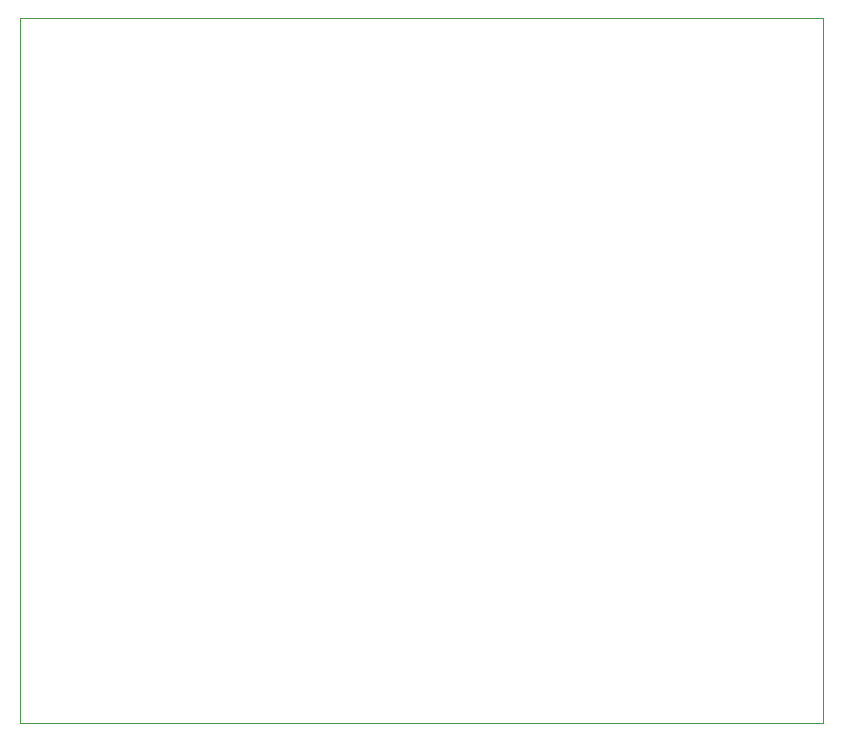
<source format=gm1>
%TF.GenerationSoftware,KiCad,Pcbnew,9.0.6*%
%TF.CreationDate,2026-02-14T19:53:56+05:30*%
%TF.ProjectId,Juny co2 Hackpad,4a756e79-2063-46f3-9220-4861636b7061,rev?*%
%TF.SameCoordinates,Original*%
%TF.FileFunction,Profile,NP*%
%FSLAX46Y46*%
G04 Gerber Fmt 4.6, Leading zero omitted, Abs format (unit mm)*
G04 Created by KiCad (PCBNEW 9.0.6) date 2026-02-14 19:53:56*
%MOMM*%
%LPD*%
G01*
G04 APERTURE LIST*
%TA.AperFunction,Profile*%
%ADD10C,0.050000*%
%TD*%
G04 APERTURE END LIST*
D10*
X73025000Y-76200000D02*
X140970000Y-76200000D01*
X140970000Y-135890000D01*
X73025000Y-135890000D01*
X73025000Y-76200000D01*
M02*

</source>
